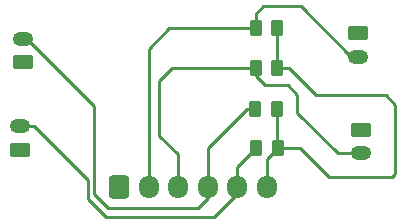
<source format=gbr>
%TF.GenerationSoftware,KiCad,Pcbnew,(6.0.11)*%
%TF.CreationDate,2024-02-05T17:50:25-08:00*%
%TF.ProjectId,ForceBoard,466f7263-6542-46f6-9172-642e6b696361,rev?*%
%TF.SameCoordinates,Original*%
%TF.FileFunction,Copper,L1,Top*%
%TF.FilePolarity,Positive*%
%FSLAX46Y46*%
G04 Gerber Fmt 4.6, Leading zero omitted, Abs format (unit mm)*
G04 Created by KiCad (PCBNEW (6.0.11)) date 2024-02-05 17:50:25*
%MOMM*%
%LPD*%
G01*
G04 APERTURE LIST*
G04 Aperture macros list*
%AMRoundRect*
0 Rectangle with rounded corners*
0 $1 Rounding radius*
0 $2 $3 $4 $5 $6 $7 $8 $9 X,Y pos of 4 corners*
0 Add a 4 corners polygon primitive as box body*
4,1,4,$2,$3,$4,$5,$6,$7,$8,$9,$2,$3,0*
0 Add four circle primitives for the rounded corners*
1,1,$1+$1,$2,$3*
1,1,$1+$1,$4,$5*
1,1,$1+$1,$6,$7*
1,1,$1+$1,$8,$9*
0 Add four rect primitives between the rounded corners*
20,1,$1+$1,$2,$3,$4,$5,0*
20,1,$1+$1,$4,$5,$6,$7,0*
20,1,$1+$1,$6,$7,$8,$9,0*
20,1,$1+$1,$8,$9,$2,$3,0*%
G04 Aperture macros list end*
%TA.AperFunction,SMDPad,CuDef*%
%ADD10RoundRect,0.250000X-0.262500X-0.450000X0.262500X-0.450000X0.262500X0.450000X-0.262500X0.450000X0*%
%TD*%
%TA.AperFunction,ComponentPad*%
%ADD11RoundRect,0.250000X0.625000X-0.350000X0.625000X0.350000X-0.625000X0.350000X-0.625000X-0.350000X0*%
%TD*%
%TA.AperFunction,ComponentPad*%
%ADD12O,1.750000X1.200000*%
%TD*%
%TA.AperFunction,ComponentPad*%
%ADD13RoundRect,0.250000X-0.600000X-0.725000X0.600000X-0.725000X0.600000X0.725000X-0.600000X0.725000X0*%
%TD*%
%TA.AperFunction,ComponentPad*%
%ADD14O,1.700000X1.950000*%
%TD*%
%TA.AperFunction,ComponentPad*%
%ADD15RoundRect,0.250000X-0.625000X0.350000X-0.625000X-0.350000X0.625000X-0.350000X0.625000X0.350000X0*%
%TD*%
%TA.AperFunction,Conductor*%
%ADD16C,0.250000*%
%TD*%
G04 APERTURE END LIST*
D10*
%TO.P,R3,2*%
%TO.N,GND*%
X148555000Y-102050000D03*
%TO.P,R3,1*%
%TO.N,3*%
X146730000Y-102050000D03*
%TD*%
%TO.P,R1,1*%
%TO.N,Net-(J1-Pad2)*%
X146790000Y-95250000D03*
%TO.P,R1,2*%
%TO.N,GND*%
X148615000Y-95250000D03*
%TD*%
%TO.P,R2,1*%
%TO.N,2*%
X146760000Y-98640000D03*
%TO.P,R2,2*%
%TO.N,GND*%
X148585000Y-98640000D03*
%TD*%
%TO.P,R4,1*%
%TO.N,4*%
X146797500Y-105400000D03*
%TO.P,R4,2*%
%TO.N,GND*%
X148622500Y-105400000D03*
%TD*%
D11*
%TO.P,J3,1,Pin_1*%
%TO.N,+5V*%
X127100000Y-98110000D03*
D12*
%TO.P,J3,2,Pin_2*%
%TO.N,3*%
X127100000Y-96110000D03*
%TD*%
D13*
%TO.P,J5,1,Pin_1*%
%TO.N,+5V*%
X135200000Y-108690000D03*
D14*
%TO.P,J5,2,Pin_2*%
%TO.N,Net-(J1-Pad2)*%
X137700000Y-108690000D03*
%TO.P,J5,3,Pin_3*%
%TO.N,2*%
X140200000Y-108690000D03*
%TO.P,J5,4,Pin_4*%
%TO.N,3*%
X142700000Y-108690000D03*
%TO.P,J5,5,Pin_5*%
%TO.N,4*%
X145200000Y-108690000D03*
%TO.P,J5,6,Pin_6*%
%TO.N,GND*%
X147700000Y-108690000D03*
%TD*%
D12*
%TO.P,J1,2,Pin_2*%
%TO.N,Net-(J1-Pad2)*%
X155470000Y-97640000D03*
D15*
%TO.P,J1,1,Pin_1*%
%TO.N,+5V*%
X155470000Y-95640000D03*
%TD*%
D12*
%TO.P,J2,2,Pin_2*%
%TO.N,2*%
X155670000Y-105820000D03*
D15*
%TO.P,J2,1,Pin_1*%
%TO.N,+5V*%
X155670000Y-103820000D03*
%TD*%
D11*
%TO.P,J4,1,Pin_1*%
%TO.N,+5V*%
X126820000Y-105540000D03*
D12*
%TO.P,J4,2,Pin_2*%
%TO.N,4*%
X126820000Y-103540000D03*
%TD*%
D16*
%TO.N,GND*%
X147700000Y-106322500D02*
X147700000Y-108690000D01*
X148622500Y-105400000D02*
X147700000Y-106322500D01*
X148555000Y-105332500D02*
X148622500Y-105400000D01*
X148555000Y-102050000D02*
X148555000Y-105332500D01*
X150530000Y-105400000D02*
X148622500Y-105400000D01*
X152980000Y-107850000D02*
X150530000Y-105400000D01*
X158330000Y-107850000D02*
X152980000Y-107850000D01*
X158610000Y-107570000D02*
X158330000Y-107850000D01*
X158610000Y-101720000D02*
X158610000Y-107570000D01*
X157800000Y-100910000D02*
X158610000Y-101720000D01*
X151840000Y-100910000D02*
X157800000Y-100910000D01*
X149570000Y-98640000D02*
X151840000Y-100910000D01*
X148585000Y-98640000D02*
X149570000Y-98640000D01*
X148615000Y-98610000D02*
X148615000Y-95250000D01*
X148585000Y-98640000D02*
X148615000Y-98610000D01*
%TO.N,2*%
X146760000Y-99270000D02*
X146760000Y-98640000D01*
X147540000Y-100050000D02*
X146760000Y-99270000D01*
X150290000Y-100860000D02*
X149480000Y-100050000D01*
X150290000Y-102390000D02*
X150290000Y-100860000D01*
X153720000Y-105820000D02*
X150290000Y-102390000D01*
X149480000Y-100050000D02*
X147540000Y-100050000D01*
X155670000Y-105820000D02*
X153720000Y-105820000D01*
%TO.N,Net-(J1-Pad2)*%
X147400000Y-93390000D02*
X146790000Y-94000000D01*
X150620000Y-93390000D02*
X147400000Y-93390000D01*
X146790000Y-94000000D02*
X146790000Y-95250000D01*
X154870000Y-97640000D02*
X150620000Y-93390000D01*
X155470000Y-97640000D02*
X154870000Y-97640000D01*
%TO.N,4*%
X145200000Y-109270000D02*
X145200000Y-108690000D01*
X143240000Y-111230000D02*
X145200000Y-109270000D01*
X134090000Y-111230000D02*
X143240000Y-111230000D01*
X132560000Y-108120000D02*
X132560000Y-109700000D01*
X127980000Y-103540000D02*
X132560000Y-108120000D01*
X132560000Y-109700000D02*
X134090000Y-111230000D01*
X126820000Y-103540000D02*
X127980000Y-103540000D01*
%TO.N,3*%
X142700000Y-109630000D02*
X142700000Y-108690000D01*
X141880000Y-110450000D02*
X142700000Y-109630000D01*
X134300000Y-110450000D02*
X141880000Y-110450000D01*
X133120000Y-109270000D02*
X134300000Y-110450000D01*
X133120000Y-101855000D02*
X133120000Y-109270000D01*
X127375000Y-96110000D02*
X133120000Y-101855000D01*
X127100000Y-96110000D02*
X127375000Y-96110000D01*
%TO.N,4*%
X145200000Y-106997500D02*
X146797500Y-105400000D01*
X145200000Y-108690000D02*
X145200000Y-106997500D01*
%TO.N,3*%
X142700000Y-105370000D02*
X146020000Y-102050000D01*
X142700000Y-108690000D02*
X142700000Y-105370000D01*
X146020000Y-102050000D02*
X146730000Y-102050000D01*
%TO.N,2*%
X139660000Y-98640000D02*
X146760000Y-98640000D01*
X138610000Y-99690000D02*
X139660000Y-98640000D01*
X138610000Y-104320000D02*
X138610000Y-99690000D01*
X140200000Y-105910000D02*
X138610000Y-104320000D01*
X140200000Y-108690000D02*
X140200000Y-105910000D01*
%TO.N,Net-(J1-Pad2)*%
X137700000Y-96990000D02*
X139440000Y-95250000D01*
X137700000Y-108690000D02*
X137700000Y-96990000D01*
X139440000Y-95250000D02*
X146790000Y-95250000D01*
%TD*%
M02*

</source>
